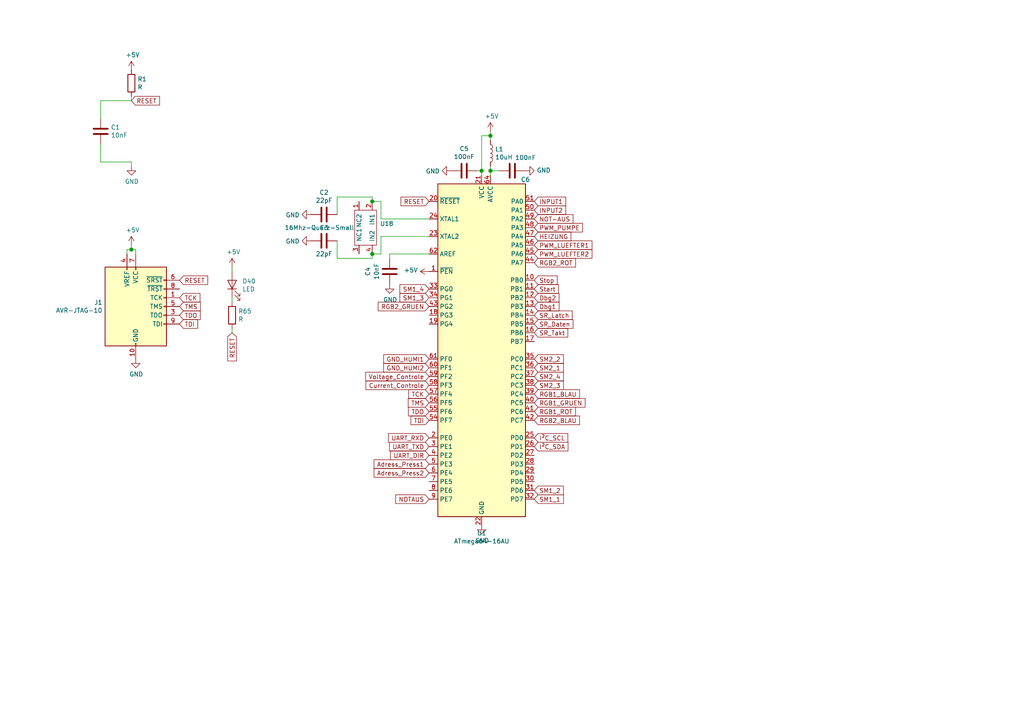
<source format=kicad_sch>
(kicad_sch (version 20210126) (generator eeschema)
  (paper "A4")
  (lib_symbols
    (symbol "SBIO3-rescue:+5V-power" (power) (pin_names (offset 0))
      (property "Value" "+5V-power" (at 0 3.556 0))
      (symbol "+5V-power_0_1"
        (polyline (pts (xy -0.762 1.27) (xy 0 2.54)))
        (polyline (pts (xy 0 0) (xy 0 2.54)))
        (polyline (pts (xy 0 2.54) (xy 0.762 1.27)))
      )
      (symbol "+5V-power_1_1"
        (pin power_in line (at 0 0 90) (length 0) hide (name "+5V") (number "1"))
      )
    )
    (symbol "SBIO3-rescue:16Mhz-Quarz-Small-Projekt_E-Shema" (pin_names (offset 1.016))
      (property "Reference" "U" (at 0 0 0))
      (property "Value" "16Mhz-Quarz-Small-Projekt_E-Shema" (at 0 0 0))
      (symbol "16Mhz-Quarz-Small-Projekt_E-Shema_0_1"
        (rectangle (start -3.81 -3.81) (end 6.35 -10.16))
      )
      (symbol "16Mhz-Quarz-Small-Projekt_E-Shema_1_1"
        (pin input line (at -6.35 -8.89 0) (length 2.54) (name "NC2") (number "1"))
        (pin bidirectional line (at -6.35 -5.08 0) (length 2.54) (name "IN1") (number "2"))
        (pin input line (at 8.89 -8.89 180) (length 2.54) (name "NC1") (number "3"))
        (pin bidirectional line (at 8.89 -5.08 180) (length 2.54) (name "IN2") (number "4"))
      )
    )
    (symbol "SBIO3-rescue:ATmega64-16AU-MCU_Microchip_ATmega"
      (property "Reference" "U" (at -12.7 49.53 0))
      (property "Value" "ATmega64-16AU-MCU_Microchip_ATmega" (at 2.54 -49.53 0))
      (symbol "ATmega64-16AU-MCU_Microchip_ATmega_0_1"
        (rectangle (start -12.7 -48.26) (end 12.7 48.26) (stroke (width 0.254)) (fill (type background)))
      )
      (symbol "ATmega64-16AU-MCU_Microchip_ATmega_1_1"
        (pin input line (at -15.24 22.86 0) (length 2.54) (name "~PEN") (number "1"))
        (pin tri_state line (at 15.24 20.32 180) (length 2.54) (name "PB0") (number "10"))
        (pin tri_state line (at 15.24 17.78 180) (length 2.54) (name "PB1") (number "11"))
        (pin tri_state line (at 15.24 15.24 180) (length 2.54) (name "PB2") (number "12"))
        (pin tri_state line (at 15.24 12.7 180) (length 2.54) (name "PB3") (number "13"))
        (pin tri_state line (at 15.24 10.16 180) (length 2.54) (name "PB4") (number "14"))
        (pin tri_state line (at 15.24 7.62 180) (length 2.54) (name "PB5") (number "15"))
        (pin tri_state line (at 15.24 5.08 180) (length 2.54) (name "PB6") (number "16"))
        (pin tri_state line (at 15.24 2.54 180) (length 2.54) (name "PB7") (number "17"))
        (pin tri_state line (at -15.24 10.16 0) (length 2.54) (name "PG3") (number "18"))
        (pin tri_state line (at -15.24 7.62 0) (length 2.54) (name "PG4") (number "19"))
        (pin tri_state line (at -15.24 -25.4 0) (length 2.54) (name "PE0") (number "2"))
        (pin input line (at -15.24 43.18 0) (length 2.54) (name "~RESET") (number "20"))
        (pin power_in line (at 0 50.8 270) (length 2.54) (name "VCC") (number "21"))
        (pin power_in line (at 0 -50.8 90) (length 2.54) (name "GND") (number "22"))
        (pin output line (at -15.24 33.02 0) (length 2.54) (name "XTAL2") (number "23"))
        (pin input line (at -15.24 38.1 0) (length 2.54) (name "XTAL1") (number "24"))
        (pin tri_state line (at 15.24 -25.4 180) (length 2.54) (name "PD0") (number "25"))
        (pin tri_state line (at 15.24 -27.94 180) (length 2.54) (name "PD1") (number "26"))
        (pin tri_state line (at 15.24 -30.48 180) (length 2.54) (name "PD2") (number "27"))
        (pin tri_state line (at 15.24 -33.02 180) (length 2.54) (name "PD3") (number "28"))
        (pin tri_state line (at 15.24 -35.56 180) (length 2.54) (name "PD4") (number "29"))
        (pin tri_state line (at -15.24 -27.94 0) (length 2.54) (name "PE1") (number "3"))
        (pin tri_state line (at 15.24 -38.1 180) (length 2.54) (name "PD5") (number "30"))
        (pin tri_state line (at 15.24 -40.64 180) (length 2.54) (name "PD6") (number "31"))
        (pin tri_state line (at 15.24 -43.18 180) (length 2.54) (name "PD7") (number "32"))
        (pin tri_state line (at -15.24 17.78 0) (length 2.54) (name "PG0") (number "33"))
        (pin tri_state line (at -15.24 15.24 0) (length 2.54) (name "PG1") (number "34"))
        (pin tri_state line (at 15.24 -2.54 180) (length 2.54) (name "PC0") (number "35"))
        (pin tri_state line (at 15.24 -5.08 180) (length 2.54) (name "PC1") (number "36"))
        (pin tri_state line (at 15.24 -7.62 180) (length 2.54) (name "PC2") (number "37"))
        (pin tri_state line (at 15.24 -10.16 180) (length 2.54) (name "PC3") (number "38"))
        (pin tri_state line (at 15.24 -12.7 180) (length 2.54) (name "PC4") (number "39"))
        (pin tri_state line (at -15.24 -30.48 0) (length 2.54) (name "PE2") (number "4"))
        (pin tri_state line (at 15.24 -15.24 180) (length 2.54) (name "PC5") (number "40"))
        (pin tri_state line (at 15.24 -17.78 180) (length 2.54) (name "PC6") (number "41"))
        (pin tri_state line (at 15.24 -20.32 180) (length 2.54) (name "PC7") (number "42"))
        (pin tri_state line (at -15.24 12.7 0) (length 2.54) (name "PG2") (number "43"))
        (pin tri_state line (at 15.24 25.4 180) (length 2.54) (name "PA7") (number "44"))
        (pin tri_state line (at 15.24 27.94 180) (length 2.54) (name "PA6") (number "45"))
        (pin tri_state line (at 15.24 30.48 180) (length 2.54) (name "PA5") (number "46"))
        (pin tri_state line (at 15.24 33.02 180) (length 2.54) (name "PA4") (number "47"))
        (pin tri_state line (at 15.24 35.56 180) (length 2.54) (name "PA3") (number "48"))
        (pin tri_state line (at 15.24 38.1 180) (length 2.54) (name "PA2") (number "49"))
        (pin tri_state line (at -15.24 -33.02 0) (length 2.54) (name "PE3") (number "5"))
        (pin tri_state line (at 15.24 40.64 180) (length 2.54) (name "PA1") (number "50"))
        (pin tri_state line (at 15.24 43.18 180) (length 2.54) (name "PA0") (number "51"))
        (pin passive line (at 0 50.8 270) (length 2.54) hide (name "VCC") (number "52"))
        (pin passive line (at 0 -50.8 90) (length 2.54) hide (name "GND") (number "53"))
        (pin tri_state line (at -15.24 -20.32 0) (length 2.54) (name "PF7") (number "54"))
        (pin tri_state line (at -15.24 -17.78 0) (length 2.54) (name "PF6") (number "55"))
        (pin tri_state line (at -15.24 -15.24 0) (length 2.54) (name "PF5") (number "56"))
        (pin tri_state line (at -15.24 -12.7 0) (length 2.54) (name "PF4") (number "57"))
        (pin tri_state line (at -15.24 -10.16 0) (length 2.54) (name "PF3") (number "58"))
        (pin tri_state line (at -15.24 -7.62 0) (length 2.54) (name "PF2") (number "59"))
        (pin tri_state line (at -15.24 -35.56 0) (length 2.54) (name "PE4") (number "6"))
        (pin tri_state line (at -15.24 -5.08 0) (length 2.54) (name "PF1") (number "60"))
        (pin tri_state line (at -15.24 -2.54 0) (length 2.54) (name "PF0") (number "61"))
        (pin passive line (at -15.24 27.94 0) (length 2.54) (name "AREF") (number "62"))
        (pin passive line (at 0 -50.8 90) (length 2.54) hide (name "GND") (number "63"))
        (pin power_in line (at 2.54 50.8 270) (length 2.54) (name "AVCC") (number "64"))
        (pin tri_state line (at -15.24 -38.1 0) (length 2.54) (name "PE5") (number "7"))
        (pin tri_state line (at -15.24 -40.64 0) (length 2.54) (name "PE6") (number "8"))
        (pin tri_state line (at -15.24 -43.18 0) (length 2.54) (name "PE7") (number "9"))
      )
    )
    (symbol "SBIO3-rescue:AVR-JTAG-10-Connector" (pin_names (offset 1.016))
      (property "Reference" "J" (at 4.445 12.7 0))
      (property "Value" "AVR-JTAG-10-Connector" (at 2.54 -12.7 0))
      (symbol "AVR-JTAG-10-Connector_0_1"
        (rectangle (start -2.667 11.43) (end -2.413 10.668))
        (rectangle (start -0.127 -10.668) (end 0.127 -11.43))
        (rectangle (start -0.127 11.43) (end 0.127 10.668))
        (rectangle (start 8.89 -4.953) (end 8.128 -5.207))
        (rectangle (start 8.89 -2.413) (end 8.128 -2.667))
        (rectangle (start 8.89 0.127) (end 8.128 -0.127))
        (rectangle (start 8.89 2.667) (end 8.128 2.413))
        (rectangle (start 8.89 5.207) (end 8.128 4.953))
        (rectangle (start 8.89 7.747) (end 8.128 7.493))
        (rectangle (start 8.89 11.43) (end -8.89 -11.43) (stroke (width 0.254)) (fill (type background)))
      )
      (symbol "AVR-JTAG-10-Connector_1_1"
        (pin passive line (at 12.7 2.54 180) (length 3.81) (name "TCK") (number "1"))
        (pin power_in line (at 0 -15.24 90) (length 3.81) (name "GND") (number "10"))
        (pin passive line (at 0 -15.24 90) (length 3.81) hide (name "GND") (number "2"))
        (pin passive line (at 12.7 -2.54 180) (length 3.81) (name "TDO") (number "3"))
        (pin passive line (at -2.54 15.24 270) (length 3.81) (name "VREF") (number "4"))
        (pin passive line (at 12.7 0 180) (length 3.81) (name "TMS") (number "5"))
        (pin passive line (at 12.7 7.62 180) (length 3.81) (name "~SRST") (number "6"))
        (pin power_in line (at 0 15.24 270) (length 3.81) (name "VCC") (number "7"))
        (pin passive line (at 12.7 5.08 180) (length 3.81) (name "~TRST") (number "8"))
        (pin passive line (at 12.7 -5.08 180) (length 3.81) (name "TDI") (number "9"))
      )
    )
    (symbol "SBIO3-rescue:C-Device" (pin_numbers hide) (pin_names (offset 0.254))
      (property "Reference" "C" (at 0.635 2.54 0))
      (property "Value" "C-Device" (at 0.635 -2.54 0))
      (symbol "C-Device_0_1"
        (polyline (pts (xy -2.032 -0.762) (xy 2.032 -0.762)) (stroke (width 0.508)))
        (polyline (pts (xy -2.032 0.762) (xy 2.032 0.762)) (stroke (width 0.508)))
      )
      (symbol "C-Device_1_1"
        (pin passive line (at 0 3.81 270) (length 2.794) (name "~") (number "1"))
        (pin passive line (at 0 -3.81 90) (length 2.794) (name "~") (number "2"))
      )
    )
    (symbol "SBIO3-rescue:GND-power" (power) (pin_names (offset 0))
      (property "Value" "GND-power" (at 0 -3.81 0))
      (symbol "GND-power_0_1"
        (polyline (pts (xy 0 0) (xy 0 -1.27) (xy 1.27 -1.27) (xy 0 -2.54) (xy -1.27 -1.27) (xy 0 -1.27)))
      )
      (symbol "GND-power_1_1"
        (pin power_in line (at 0 0 270) (length 0) hide (name "GND") (number "1"))
      )
    )
    (symbol "SBIO3-rescue:L-Device" (pin_numbers hide) (pin_names (offset 1.016) hide)
      (property "Reference" "L" (at -1.27 0 90))
      (property "Value" "L-Device" (at 1.905 0 90))
      (symbol "L-Device_0_1"
        (arc (start 0 -2.54) (end 0 -1.27) (radius (at 0 -1.905) (length 0.635) (angles -89.9 89.9)))
        (arc (start 0 -1.27) (end 0 0) (radius (at 0 -0.635) (length 0.635) (angles -89.9 89.9)))
        (arc (start 0 0) (end 0 1.27) (radius (at 0 0.635) (length 0.635) (angles -89.9 89.9)))
        (arc (start 0 1.27) (end 0 2.54) (radius (at 0 1.905) (length 0.635) (angles -89.9 89.9)))
      )
      (symbol "L-Device_1_1"
        (pin passive line (at 0 3.81 270) (length 1.27) (name "1") (number "1"))
        (pin passive line (at 0 -3.81 90) (length 1.27) (name "2") (number "2"))
      )
    )
    (symbol "SBIO3-rescue:LED-Device" (pin_numbers hide) (pin_names (offset 1.016) hide)
      (property "Reference" "D" (at 0 2.54 0))
      (property "Value" "LED-Device" (at 0 -2.54 0))
      (symbol "LED-Device_0_1"
        (polyline (pts (xy -1.27 -1.27) (xy -1.27 1.27)) (stroke (width 0.2032)))
        (polyline (pts (xy -1.27 0) (xy 1.27 0)))
        (polyline (pts (xy 1.27 -1.27) (xy 1.27 1.27) (xy -1.27 0) (xy 1.27 -1.27)) (stroke (width 0.2032)))
        (polyline (pts (xy -3.048 -0.762) (xy -4.572 -2.286) (xy -3.81 -2.286) (xy -4.572 -2.286) (xy -4.572 -1.524)))
        (polyline (pts (xy -1.778 -0.762) (xy -3.302 -2.286) (xy -2.54 -2.286) (xy -3.302 -2.286) (xy -3.302 -1.524)))
      )
      (symbol "LED-Device_1_1"
        (pin passive line (at -3.81 0 0) (length 2.54) (name "K") (number "1"))
        (pin passive line (at 3.81 0 180) (length 2.54) (name "A") (number "2"))
      )
    )
    (symbol "SBIO3-rescue:R-Device" (pin_numbers hide) (pin_names (offset 0))
      (property "Reference" "R" (at 2.032 0 90))
      (property "Value" "R-Device" (at 0 0 90))
      (symbol "R-Device_0_1"
        (rectangle (start -1.016 -2.54) (end 1.016 2.54) (stroke (width 0.254)))
      )
      (symbol "R-Device_1_1"
        (pin passive line (at 0 3.81 270) (length 1.27) (name "~") (number "1"))
        (pin passive line (at 0 -3.81 90) (length 1.27) (name "~") (number "2"))
      )
    )
  )
  (junction (at 38.1 72.39) (diameter 1.016))
  (junction (at 107.95 58.42) (diameter 1.016))
  (junction (at 107.95 73.66) (diameter 1.016))
  (junction (at 139.7 49.53) (diameter 1.016))
  (junction (at 142.24 39.37) (diameter 1.016))
  (junction (at 142.24 49.53) (diameter 1.016))
  (wire (pts (xy 29.21 29.21) (xy 38.1 29.21)))
  (wire (pts (xy 29.21 34.29) (xy 29.21 29.21)))
  (wire (pts (xy 29.21 41.91) (xy 29.21 46.99)))
  (wire (pts (xy 29.21 46.99) (xy 38.1 46.99)))
  (wire (pts (xy 36.83 72.39) (xy 38.1 72.39)))
  (wire (pts (xy 36.83 73.66) (xy 36.83 72.39)))
  (wire (pts (xy 38.1 29.21) (xy 38.1 27.94)))
  (wire (pts (xy 38.1 48.26) (xy 38.1 46.99)))
  (wire (pts (xy 38.1 72.39) (xy 38.1 71.12)))
  (wire (pts (xy 39.37 72.39) (xy 38.1 72.39)))
  (wire (pts (xy 39.37 73.66) (xy 39.37 72.39)))
  (wire (pts (xy 67.31 77.47) (xy 67.31 78.74)))
  (wire (pts (xy 67.31 86.36) (xy 67.31 87.63)))
  (wire (pts (xy 67.31 95.25) (xy 67.31 96.52)))
  (wire (pts (xy 97.79 57.15) (xy 97.79 62.23)))
  (wire (pts (xy 97.79 74.93) (xy 97.79 69.85)))
  (wire (pts (xy 107.95 57.15) (xy 97.79 57.15)))
  (wire (pts (xy 107.95 58.42) (xy 107.95 57.15)))
  (wire (pts (xy 107.95 73.66) (xy 107.95 74.93)))
  (wire (pts (xy 107.95 74.93) (xy 97.79 74.93)))
  (wire (pts (xy 110.49 58.42) (xy 107.95 58.42)))
  (wire (pts (xy 110.49 63.5) (xy 110.49 58.42)))
  (wire (pts (xy 110.49 63.5) (xy 124.46 63.5)))
  (wire (pts (xy 110.49 68.58) (xy 110.49 73.66)))
  (wire (pts (xy 110.49 68.58) (xy 124.46 68.58)))
  (wire (pts (xy 110.49 73.66) (xy 107.95 73.66)))
  (wire (pts (xy 113.03 73.66) (xy 124.46 73.66)))
  (wire (pts (xy 113.03 74.93) (xy 113.03 73.66)))
  (wire (pts (xy 138.43 49.53) (xy 139.7 49.53)))
  (wire (pts (xy 139.7 39.37) (xy 142.24 39.37)))
  (wire (pts (xy 139.7 49.53) (xy 139.7 39.37)))
  (wire (pts (xy 139.7 49.53) (xy 139.7 50.8)))
  (wire (pts (xy 142.24 39.37) (xy 142.24 38.1)))
  (wire (pts (xy 142.24 39.37) (xy 142.24 40.64)))
  (wire (pts (xy 142.24 49.53) (xy 142.24 48.26)))
  (wire (pts (xy 142.24 50.8) (xy 142.24 49.53)))
  (wire (pts (xy 144.78 49.53) (xy 142.24 49.53)))
  (global_label "RESET" (shape input) (at 38.1 29.21 0) (property "Intersheet References" "${INTERSHEET_REFS}" (effects hide)))
  (global_label "RESET" (shape input) (at 52.07 81.28 0) (property "Intersheet References" "${INTERSHEET_REFS}" (effects hide)))
  (global_label "TCK" (shape input) (at 52.07 86.36 0) (property "Intersheet References" "${INTERSHEET_REFS}" (effects hide)))
  (global_label "TMS" (shape input) (at 52.07 88.9 0) (property "Intersheet References" "${INTERSHEET_REFS}" (effects hide)))
  (global_label "TDO" (shape input) (at 52.07 91.44 0) (property "Intersheet References" "${INTERSHEET_REFS}" (effects hide)))
  (global_label "TDI" (shape input) (at 52.07 93.98 0) (property "Intersheet References" "${INTERSHEET_REFS}" (effects hide)))
  (global_label "RESET" (shape input) (at 67.31 96.52 270) (property "Intersheet References" "${INTERSHEET_REFS}" (effects hide)))
  (global_label "RESET" (shape input) (at 124.46 58.42 180) (property "Intersheet References" "${INTERSHEET_REFS}" (effects hide)))
  (global_label "SM1_4" (shape input) (at 124.46 83.82 180) (property "Intersheet References" "${INTERSHEET_REFS}" (effects hide)))
  (global_label "SM1_3" (shape input) (at 124.46 86.36 180) (property "Intersheet References" "${INTERSHEET_REFS}" (effects hide)))
  (global_label "RGB2_GRUEN" (shape input) (at 124.46 88.9 180) (property "Intersheet References" "${INTERSHEET_REFS}" (effects hide)))
  (global_label "GND_HUMI1" (shape input) (at 124.46 104.14 180) (property "Intersheet References" "${INTERSHEET_REFS}" (effects hide)))
  (global_label "GND_HUMI2" (shape input) (at 124.46 106.68 180) (property "Intersheet References" "${INTERSHEET_REFS}" (effects hide)))
  (global_label "Voltage_Controle" (shape input) (at 124.46 109.22 180) (property "Intersheet References" "${INTERSHEET_REFS}" (effects hide)))
  (global_label "Current_Controle" (shape input) (at 124.46 111.76 180) (property "Intersheet References" "${INTERSHEET_REFS}" (effects hide)))
  (global_label "TCK" (shape input) (at 124.46 114.3 180) (property "Intersheet References" "${INTERSHEET_REFS}" (effects hide)))
  (global_label "TMS" (shape input) (at 124.46 116.84 180) (property "Intersheet References" "${INTERSHEET_REFS}" (effects hide)))
  (global_label "TDO" (shape input) (at 124.46 119.38 180) (property "Intersheet References" "${INTERSHEET_REFS}" (effects hide)))
  (global_label "TDI" (shape input) (at 124.46 121.92 180) (property "Intersheet References" "${INTERSHEET_REFS}" (effects hide)))
  (global_label "UART_RXD" (shape input) (at 124.46 127 180) (property "Intersheet References" "${INTERSHEET_REFS}" (effects hide)))
  (global_label "UART_TXD" (shape input) (at 124.46 129.54 180) (property "Intersheet References" "${INTERSHEET_REFS}" (effects hide)))
  (global_label "UART_DIR" (shape input) (at 124.46 132.08 180) (property "Intersheet References" "${INTERSHEET_REFS}" (effects hide)))
  (global_label "Adress_Press1" (shape input) (at 124.46 134.62 180) (property "Intersheet References" "${INTERSHEET_REFS}" (effects hide)))
  (global_label "Adress_Press2" (shape input) (at 124.46 137.16 180) (property "Intersheet References" "${INTERSHEET_REFS}" (effects hide)))
  (global_label "NOTAUS" (shape input) (at 124.46 144.78 180) (property "Intersheet References" "${INTERSHEET_REFS}" (effects hide)))
  (global_label "INPUT1" (shape input) (at 154.94 58.42 0) (property "Intersheet References" "${INTERSHEET_REFS}" (effects hide)))
  (global_label "INPUT2" (shape input) (at 154.94 60.96 0) (property "Intersheet References" "${INTERSHEET_REFS}" (effects hide)))
  (global_label "NOT-AUS" (shape input) (at 154.94 63.5 0) (property "Intersheet References" "${INTERSHEET_REFS}" (effects hide)))
  (global_label "PWM_PUMPE" (shape input) (at 154.94 66.04 0) (property "Intersheet References" "${INTERSHEET_REFS}" (effects hide)))
  (global_label "HEIZUNG" (shape input) (at 154.94 68.58 0) (property "Intersheet References" "${INTERSHEET_REFS}" (effects hide)))
  (global_label "PWM_LUEFTER1" (shape input) (at 154.94 71.12 0) (property "Intersheet References" "${INTERSHEET_REFS}" (effects hide)))
  (global_label "PWM_LUEFTER2" (shape input) (at 154.94 73.66 0) (property "Intersheet References" "${INTERSHEET_REFS}" (effects hide)))
  (global_label "RGB2_ROT" (shape input) (at 154.94 76.2 0) (property "Intersheet References" "${INTERSHEET_REFS}" (effects hide)))
  (global_label "Stop" (shape input) (at 154.94 81.28 0) (property "Intersheet References" "${INTERSHEET_REFS}" (effects hide)))
  (global_label "Start" (shape input) (at 154.94 83.82 0) (property "Intersheet References" "${INTERSHEET_REFS}" (effects hide)))
  (global_label "Dbg2" (shape input) (at 154.94 86.36 0) (property "Intersheet References" "${INTERSHEET_REFS}" (effects hide)))
  (global_label "Dbg1" (shape input) (at 154.94 88.9 0) (property "Intersheet References" "${INTERSHEET_REFS}" (effects hide)))
  (global_label "SR_Latch" (shape input) (at 154.94 91.44 0) (property "Intersheet References" "${INTERSHEET_REFS}" (effects hide)))
  (global_label "SR_Daten" (shape input) (at 154.94 93.98 0) (property "Intersheet References" "${INTERSHEET_REFS}" (effects hide)))
  (global_label "SR_Takt" (shape input) (at 154.94 96.52 0) (property "Intersheet References" "${INTERSHEET_REFS}" (effects hide)))
  (global_label "SM2_2" (shape input) (at 154.94 104.14 0) (property "Intersheet References" "${INTERSHEET_REFS}" (effects hide)))
  (global_label "SM2_1" (shape input) (at 154.94 106.68 0) (property "Intersheet References" "${INTERSHEET_REFS}" (effects hide)))
  (global_label "SM2_4" (shape input) (at 154.94 109.22 0) (property "Intersheet References" "${INTERSHEET_REFS}" (effects hide)))
  (global_label "SM2_3" (shape input) (at 154.94 111.76 0) (property "Intersheet References" "${INTERSHEET_REFS}" (effects hide)))
  (global_label "RGB1_BLAU" (shape input) (at 154.94 114.3 0) (property "Intersheet References" "${INTERSHEET_REFS}" (effects hide)))
  (global_label "RGB1_GRUEN" (shape input) (at 154.94 116.84 0) (property "Intersheet References" "${INTERSHEET_REFS}" (effects hide)))
  (global_label "RGB1_ROT" (shape input) (at 154.94 119.38 0) (property "Intersheet References" "${INTERSHEET_REFS}" (effects hide)))
  (global_label "RGB2_BLAU" (shape input) (at 154.94 121.92 0) (property "Intersheet References" "${INTERSHEET_REFS}" (effects hide)))
  (global_label "I²C_SCL" (shape input) (at 154.94 127 0) (property "Intersheet References" "${INTERSHEET_REFS}" (effects hide)))
  (global_label "I²C_SDA" (shape input) (at 154.94 129.54 0) (property "Intersheet References" "${INTERSHEET_REFS}" (effects hide)))
  (global_label "SM1_2" (shape input) (at 154.94 142.24 0) (property "Intersheet References" "${INTERSHEET_REFS}" (effects hide)))
  (global_label "SM1_1" (shape input) (at 154.94 144.78 0) (property "Intersheet References" "${INTERSHEET_REFS}" (effects hide)))
  (symbol (lib_id "SBIO3-rescue:+5V-power") (at 38.1 20.32 0) (unit 1)
    (property "Reference" "#PWR0109" (effects hide))
    (property "Value" "+5V" (at 38.481 15.9258 0))
  )
  (symbol (lib_id "SBIO3-rescue:+5V-power") (at 38.1 71.12 0) (unit 1)
    (property "Reference" "#PWR0110" (effects hide))
    (property "Value" "+5V" (at 38.481 66.7258 0))
  )
  (symbol (lib_id "SBIO3-rescue:+5V-power") (at 67.31 77.47 0) (unit 1)
    (property "Reference" "#PWR0137" (effects hide))
    (property "Value" "+5V" (at 67.691 73.0758 0))
  )
  (symbol (lib_id "SBIO3-rescue:+5V-power") (at 124.46 78.74 90) (unit 1)
    (property "Reference" "#PWR0107" (effects hide))
    (property "Value" "+5V" (at 121.2088 78.359 90) (effects (justify left)))
  )
  (symbol (lib_id "SBIO3-rescue:+5V-power") (at 142.24 38.1 0) (unit 1)
    (property "Reference" "#PWR0101" (effects hide))
    (property "Value" "+5V" (at 142.621 33.7058 0))
  )
  (symbol (lib_id "SBIO3-rescue:L-Device") (at 142.24 44.45 0) (unit 1)
    (property "Reference" "L1" (at 143.5862 43.2816 0) (effects (justify left)))
    (property "Value" "10uH" (at 143.5862 45.593 0) (effects (justify left)))
    (property "Footprint" "Inductor_SMD:L_0805_2012Metric_Pad1.15x1.40mm_HandSolder" (effects hide))
  )
  (symbol (lib_id "SBIO3-rescue:GND-power") (at 38.1 48.26 0) (unit 1)
    (property "Reference" "#PWR0108" (effects hide))
    (property "Value" "GND" (at 38.227 52.6542 0))
  )
  (symbol (lib_id "SBIO3-rescue:GND-power") (at 39.37 104.14 0) (unit 1)
    (property "Reference" "#PWR0111" (effects hide))
    (property "Value" "GND" (at 39.497 108.5342 0))
  )
  (symbol (lib_id "SBIO3-rescue:GND-power") (at 90.17 62.23 270) (unit 1)
    (property "Reference" "#PWR0104" (effects hide))
    (property "Value" "GND" (at 86.9188 62.357 90) (effects (justify right)))
  )
  (symbol (lib_id "SBIO3-rescue:GND-power") (at 90.17 69.85 270) (unit 1)
    (property "Reference" "#PWR0105" (effects hide))
    (property "Value" "GND" (at 86.9188 69.977 90) (effects (justify right)))
  )
  (symbol (lib_id "SBIO3-rescue:GND-power") (at 113.03 82.55 0) (unit 1)
    (property "Reference" "#PWR0106" (effects hide))
    (property "Value" "GND" (at 113.157 86.9442 0))
  )
  (symbol (lib_id "SBIO3-rescue:GND-power") (at 130.81 49.53 270) (unit 1)
    (property "Reference" "#PWR0103" (effects hide))
    (property "Value" "GND" (at 127.5588 49.657 90) (effects (justify right)))
  )
  (symbol (lib_id "SBIO3-rescue:GND-power") (at 139.7 152.4 0) (unit 1)
    (property "Reference" "#PWR0178" (effects hide))
    (property "Value" "GND" (at 139.827 156.7942 0))
  )
  (symbol (lib_id "SBIO3-rescue:GND-power") (at 152.4 49.53 90) (unit 1)
    (property "Reference" "#PWR0102" (effects hide))
    (property "Value" "GND" (at 155.6512 49.403 90) (effects (justify right)))
  )
  (symbol (lib_id "SBIO3-rescue:R-Device") (at 38.1 24.13 0) (unit 1)
    (property "Reference" "R1" (at 39.878 22.9616 0) (effects (justify left)))
    (property "Value" "R" (at 39.878 25.273 0) (effects (justify left)))
    (property "Footprint" "Resistor_SMD:R_0603_1608Metric_Pad1.05x0.95mm_HandSolder" (effects hide))
  )
  (symbol (lib_id "SBIO3-rescue:R-Device") (at 67.31 91.44 0) (unit 1)
    (property "Reference" "R65" (at 69.088 90.2716 0) (effects (justify left)))
    (property "Value" "R" (at 69.088 92.583 0) (effects (justify left)))
    (property "Footprint" "Resistor_SMD:R_0603_1608Metric_Pad1.05x0.95mm_HandSolder" (effects hide))
  )
  (symbol (lib_id "SBIO3-rescue:LED-Device") (at 67.31 82.55 90) (unit 1)
    (property "Reference" "D40" (at 70.2818 81.5594 90) (effects (justify right)))
    (property "Value" "LED" (at 70.2818 83.8708 90) (effects (justify right)))
    (property "Footprint" "LED_SMD:LED_0805_2012Metric_Pad1.15x1.40mm_HandSolder" (effects hide))
  )
  (symbol (lib_id "SBIO3-rescue:C-Device") (at 29.21 38.1 0) (unit 1)
    (property "Reference" "C1" (at 32.131 36.9316 0) (effects (justify left)))
    (property "Value" "10nF" (at 32.131 39.243 0) (effects (justify left)))
    (property "Footprint" "Capacitor_SMD:C_0603_1608Metric_Pad1.05x0.95mm_HandSolder" (effects hide))
  )
  (symbol (lib_id "SBIO3-rescue:C-Device") (at 93.98 62.23 90) (unit 1)
    (property "Reference" "C2" (at 93.98 55.8292 90))
    (property "Value" "22pF" (at 93.98 58.1406 90))
    (property "Footprint" "Capacitor_SMD:C_0603_1608Metric_Pad1.05x0.95mm_HandSolder" (effects hide))
  )
  (symbol (lib_id "SBIO3-rescue:C-Device") (at 93.98 69.85 90) (unit 1)
    (property "Reference" "C3" (at 93.98 66.04 90))
    (property "Value" "22pF" (at 93.98 73.66 90))
    (property "Footprint" "Capacitor_SMD:C_0603_1608Metric_Pad1.05x0.95mm_HandSolder" (effects hide))
  )
  (symbol (lib_id "SBIO3-rescue:C-Device") (at 113.03 78.74 180) (unit 1)
    (property "Reference" "C4" (at 106.68 78.74 90))
    (property "Value" "10nF" (at 109.22 78.74 90))
    (property "Footprint" "Capacitor_SMD:C_0603_1608Metric_Pad1.05x0.95mm_HandSolder" (effects hide))
  )
  (symbol (lib_id "SBIO3-rescue:C-Device") (at 134.62 49.53 270) (unit 1)
    (property "Reference" "C5" (at 134.62 43.1292 90))
    (property "Value" "100nF" (at 134.62 45.4406 90))
    (property "Footprint" "Capacitor_SMD:C_0603_1608Metric_Pad1.05x0.95mm_HandSolder" (effects hide))
  )
  (symbol (lib_id "SBIO3-rescue:C-Device") (at 148.59 49.53 270) (unit 1)
    (property "Reference" "C6" (at 152.4 52.07 90))
    (property "Value" "100nF" (at 152.4 45.72 90))
    (property "Footprint" "Capacitor_SMD:C_0603_1608Metric_Pad1.05x0.95mm_HandSolder" (effects hide))
  )
  (symbol (lib_id "SBIO3-rescue:16Mhz-Quarz-Small-Projekt_E-Shema") (at 113.03 64.77 270)
    (property "Reference" "U18" (at 110.1852 64.8716 90) (effects (justify left)))
    (property "Value" "16Mhz-Quarz-Small" (at 82.55 66.04 90) (effects (justify left)))
    (property "Footprint" "Projekt Footprints:16Mhz Quarz Small" (effects hide))
  )
  (symbol (lib_id "SBIO3-rescue:AVR-JTAG-10-Connector") (at 39.37 88.9 0)
    (property "Reference" "J1" (at 29.718 87.7316 0) (effects (justify right)))
    (property "Value" "AVR-JTAG-10" (at 29.718 90.043 0) (effects (justify right)))
    (property "Footprint" "Conn_Lib:Con-JTAG" (effects hide))
    (property "Datasheet" " ~" (effects hide))
  )
  (symbol (lib_id "SBIO3-rescue:ATmega64-16AU-MCU_Microchip_ATmega") (at 139.7 101.6 0) (unit 1)
    (property "Reference" "U1" (at 139.7 154.6606 0))
    (property "Value" "ATmega64-16AU" (at 139.7 156.972 0))
    (property "Footprint" "Package_QFP:TQFP-64_14x14mm_P0.8mm" (effects hide))
    (property "Datasheet" "http://ww1.microchip.com/downloads/en/DeviceDoc/atmel-2490-8-bit-avr-microcontroller-atmega64-l_datasheet.pdf" (effects hide))
  )
)
</source>
